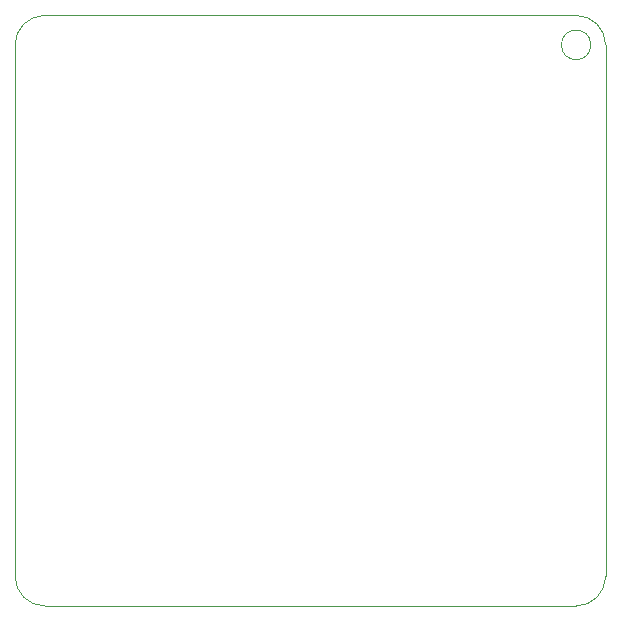
<source format=gko>
%TF.GenerationSoftware,KiCad,Pcbnew,(5.1.10)-1*%
%TF.CreationDate,2021-10-09T17:49:26+02:00*%
%TF.ProjectId,ColorTest,436f6c6f-7254-4657-9374-2e6b69636164,rev?*%
%TF.SameCoordinates,Original*%
%TF.FileFunction,Profile,NP*%
%FSLAX46Y46*%
G04 Gerber Fmt 4.6, Leading zero omitted, Abs format (unit mm)*
G04 Created by KiCad (PCBNEW (5.1.10)-1) date 2021-10-09 17:49:26*
%MOMM*%
%LPD*%
G01*
G04 APERTURE LIST*
%TA.AperFunction,Profile*%
%ADD10C,0.050000*%
%TD*%
G04 APERTURE END LIST*
D10*
X100000000Y-97500000D02*
G75*
G02*
X97500000Y-100000000I-2500000J0D01*
G01*
X52500000Y-100000000D02*
G75*
G02*
X50000000Y-97500000I0J2500000D01*
G01*
X50000000Y-52500000D02*
G75*
G02*
X52500000Y-50000000I2500000J0D01*
G01*
X97500000Y-50000000D02*
G75*
G02*
X100000000Y-52500000I0J-2500000D01*
G01*
X98750000Y-52500000D02*
G75*
G03*
X98750000Y-52500000I-1250000J0D01*
G01*
X50000000Y-97500000D02*
X50000000Y-52500000D01*
X97500000Y-100000000D02*
X52500000Y-100000000D01*
X100000000Y-52500000D02*
X100000000Y-97500000D01*
X52500000Y-50000000D02*
X97500000Y-50000000D01*
M02*

</source>
